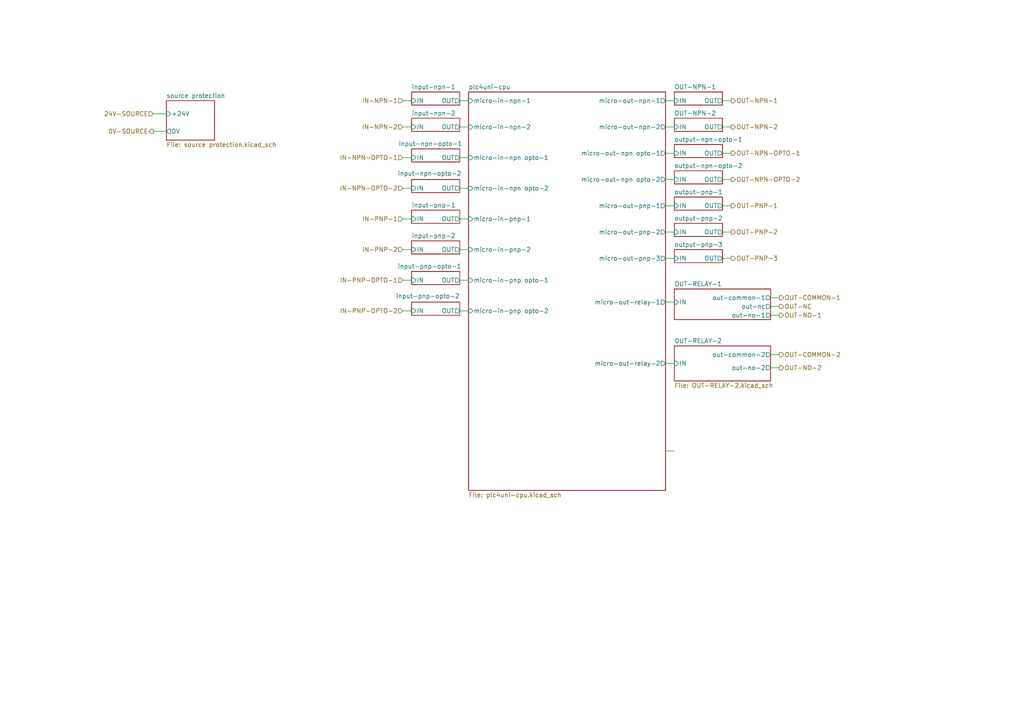
<source format=kicad_sch>
(kicad_sch
	(version 20250114)
	(generator "eeschema")
	(generator_version "9.0")
	(uuid "108a2b00-63fb-4531-b432-4e190b2d8ee6")
	(paper "A4")
	(lib_symbols)
	(wire
		(pts
			(xy 209.55 74.93) (xy 212.09 74.93)
		)
		(stroke
			(width 0)
			(type default)
		)
		(uuid "08e2428c-6899-469c-b433-cecf74bb0e9b")
	)
	(wire
		(pts
			(xy 133.35 63.5) (xy 135.89 63.5)
		)
		(stroke
			(width 0)
			(type default)
		)
		(uuid "0bc9b6be-5cdc-4ee6-8e0e-39d28396e47e")
	)
	(wire
		(pts
			(xy 209.55 29.21) (xy 212.09 29.21)
		)
		(stroke
			(width 0)
			(type default)
		)
		(uuid "12563cf5-327a-46d7-8d76-5d10a4101e4b")
	)
	(wire
		(pts
			(xy 223.52 102.87) (xy 226.06 102.87)
		)
		(stroke
			(width 0)
			(type default)
		)
		(uuid "1257bb80-4274-4699-8bf1-182e3d15f6d3")
	)
	(wire
		(pts
			(xy 116.84 63.5) (xy 119.38 63.5)
		)
		(stroke
			(width 0)
			(type default)
		)
		(uuid "158c3a5d-6702-44e8-a264-b8c7b03699c8")
	)
	(wire
		(pts
			(xy 133.35 54.61) (xy 135.89 54.61)
		)
		(stroke
			(width 0)
			(type default)
		)
		(uuid "178b2a28-925c-4acd-abc2-0ee5f7035520")
	)
	(wire
		(pts
			(xy 193.04 74.93) (xy 195.58 74.93)
		)
		(stroke
			(width 0)
			(type default)
		)
		(uuid "1cbb8e10-156f-4d85-8142-74ad761bcc51")
	)
	(wire
		(pts
			(xy 193.04 105.41) (xy 195.58 105.41)
		)
		(stroke
			(width 0)
			(type default)
		)
		(uuid "1de3b157-452b-44ab-bf7b-28efd5ac835f")
	)
	(wire
		(pts
			(xy 209.55 44.45) (xy 212.09 44.45)
		)
		(stroke
			(width 0)
			(type default)
		)
		(uuid "1e9a1edc-150e-4a19-98d5-1e277596b6d5")
	)
	(wire
		(pts
			(xy 116.84 29.21) (xy 119.38 29.21)
		)
		(stroke
			(width 0)
			(type default)
		)
		(uuid "2ba707cf-9454-40a6-b7a1-1f0a61a364e0")
	)
	(wire
		(pts
			(xy 193.04 87.63) (xy 195.58 87.63)
		)
		(stroke
			(width 0)
			(type default)
		)
		(uuid "30ebae37-a35d-40ca-8f6e-68888cc93512")
	)
	(wire
		(pts
			(xy 223.52 91.44) (xy 226.06 91.44)
		)
		(stroke
			(width 0)
			(type default)
		)
		(uuid "3e595b28-5351-4c03-8aad-36b17380d608")
	)
	(wire
		(pts
			(xy 209.55 59.69) (xy 212.09 59.69)
		)
		(stroke
			(width 0)
			(type default)
		)
		(uuid "44a9a054-2aa7-49a2-9dae-043d62551458")
	)
	(wire
		(pts
			(xy 193.04 36.83) (xy 195.58 36.83)
		)
		(stroke
			(width 0)
			(type default)
		)
		(uuid "4548bc9c-ad10-4e5b-826c-e7409e4e790f")
	)
	(wire
		(pts
			(xy 116.84 45.72) (xy 119.38 45.72)
		)
		(stroke
			(width 0)
			(type default)
		)
		(uuid "4794d94a-79b0-46e3-aec6-5e814c907279")
	)
	(wire
		(pts
			(xy 223.52 86.36) (xy 226.06 86.36)
		)
		(stroke
			(width 0)
			(type default)
		)
		(uuid "4cca040e-80fa-49ba-aa86-e5ac502928ee")
	)
	(wire
		(pts
			(xy 133.35 29.21) (xy 135.89 29.21)
		)
		(stroke
			(width 0)
			(type default)
		)
		(uuid "5a447963-c15f-4bcb-96cb-c25007c782ed")
	)
	(wire
		(pts
			(xy 133.35 45.72) (xy 135.89 45.72)
		)
		(stroke
			(width 0)
			(type default)
		)
		(uuid "5a9c0d4a-7b0e-43a5-9a63-6afb1609f990")
	)
	(wire
		(pts
			(xy 116.84 81.28) (xy 119.38 81.28)
		)
		(stroke
			(width 0)
			(type default)
		)
		(uuid "696ab09e-ff9f-4bf2-a22a-d9255af69731")
	)
	(wire
		(pts
			(xy 193.04 130.81) (xy 195.58 130.81)
		)
		(stroke
			(width 0)
			(type default)
		)
		(uuid "779c8005-12ce-456f-9d1d-c110055d714e")
	)
	(wire
		(pts
			(xy 116.84 36.83) (xy 119.38 36.83)
		)
		(stroke
			(width 0)
			(type default)
		)
		(uuid "7921fd0d-8d7d-432f-8470-c5d0e7099288")
	)
	(wire
		(pts
			(xy 44.45 33.02) (xy 48.26 33.02)
		)
		(stroke
			(width 0)
			(type default)
		)
		(uuid "898f87e9-a835-4f0e-b177-58727d678011")
	)
	(wire
		(pts
			(xy 209.55 36.83) (xy 212.09 36.83)
		)
		(stroke
			(width 0)
			(type default)
		)
		(uuid "8d7da78e-0b0a-4552-a5ca-cda61331393a")
	)
	(wire
		(pts
			(xy 116.84 54.61) (xy 119.38 54.61)
		)
		(stroke
			(width 0)
			(type default)
		)
		(uuid "968714ba-ca63-4521-b43a-65acc23a71b8")
	)
	(wire
		(pts
			(xy 193.04 52.07) (xy 195.58 52.07)
		)
		(stroke
			(width 0)
			(type default)
		)
		(uuid "96b98948-c2fa-41e5-819a-41c5a80ba4d3")
	)
	(wire
		(pts
			(xy 133.35 36.83) (xy 135.89 36.83)
		)
		(stroke
			(width 0)
			(type default)
		)
		(uuid "9cb07727-1380-4578-ba1b-654046bd84fe")
	)
	(wire
		(pts
			(xy 193.04 44.45) (xy 195.58 44.45)
		)
		(stroke
			(width 0)
			(type default)
		)
		(uuid "adccb5f3-1075-44b6-8503-c4d6aea45c2d")
	)
	(wire
		(pts
			(xy 193.04 67.31) (xy 195.58 67.31)
		)
		(stroke
			(width 0)
			(type default)
		)
		(uuid "b27cac00-8686-4a5d-ae04-ca2f34ee2493")
	)
	(wire
		(pts
			(xy 223.52 88.9) (xy 226.06 88.9)
		)
		(stroke
			(width 0)
			(type default)
		)
		(uuid "b8487e61-b337-40d5-8957-40bd7822655d")
	)
	(wire
		(pts
			(xy 133.35 90.17) (xy 135.89 90.17)
		)
		(stroke
			(width 0)
			(type default)
		)
		(uuid "bdcf8fe9-7147-4b35-8eec-6abc4c7924c9")
	)
	(wire
		(pts
			(xy 193.04 59.69) (xy 195.58 59.69)
		)
		(stroke
			(width 0)
			(type default)
		)
		(uuid "bf8516f0-dbbb-4cb5-acf3-e3ee69112f21")
	)
	(wire
		(pts
			(xy 209.55 67.31) (xy 212.09 67.31)
		)
		(stroke
			(width 0)
			(type default)
		)
		(uuid "c2d76827-d02f-4b40-b818-46f3ae687ea3")
	)
	(wire
		(pts
			(xy 193.04 29.21) (xy 195.58 29.21)
		)
		(stroke
			(width 0)
			(type default)
		)
		(uuid "c9b0d4ae-dec2-4ad5-9952-4dd79948917b")
	)
	(wire
		(pts
			(xy 133.35 81.28) (xy 135.89 81.28)
		)
		(stroke
			(width 0)
			(type default)
		)
		(uuid "d04e8108-ce60-4d3c-8ae4-b7a6eaabdd32")
	)
	(wire
		(pts
			(xy 116.84 72.39) (xy 119.38 72.39)
		)
		(stroke
			(width 0)
			(type default)
		)
		(uuid "d236b918-a4cf-4b25-82ec-d2a08457c460")
	)
	(wire
		(pts
			(xy 133.35 72.39) (xy 135.89 72.39)
		)
		(stroke
			(width 0)
			(type default)
		)
		(uuid "db0d2875-be84-4dc8-8b6a-e9fe211b9788")
	)
	(wire
		(pts
			(xy 116.84 90.17) (xy 119.38 90.17)
		)
		(stroke
			(width 0)
			(type default)
		)
		(uuid "dde25f3f-93b4-450a-b490-8b4068e5ac09")
	)
	(wire
		(pts
			(xy 209.55 52.07) (xy 212.09 52.07)
		)
		(stroke
			(width 0)
			(type default)
		)
		(uuid "ee9ac2f9-0c80-46c6-af96-c62ca1a393b1")
	)
	(wire
		(pts
			(xy 44.45 38.1) (xy 48.26 38.1)
		)
		(stroke
			(width 0)
			(type default)
		)
		(uuid "eec32aa8-83b1-40cb-bd7b-6f1bcd3d511d")
	)
	(wire
		(pts
			(xy 223.52 106.68) (xy 226.06 106.68)
		)
		(stroke
			(width 0)
			(type default)
		)
		(uuid "f70ebdc0-18b4-4f65-961d-714f21810c4f")
	)
	(hierarchical_label "OUT-NPN-2"
		(shape output)
		(at 212.09 36.83 0)
		(effects
			(font
				(size 1.27 1.27)
			)
			(justify left)
		)
		(uuid "04dd8a8c-00c6-4afd-9d1a-13d38bd4f80a")
	)
	(hierarchical_label "OUT-COMMON-2"
		(shape output)
		(at 226.06 102.87 0)
		(effects
			(font
				(size 1.27 1.27)
			)
			(justify left)
		)
		(uuid "099f9a67-722c-4dd1-b911-fcdf9276c5cb")
	)
	(hierarchical_label "IN-PNP-OPTO-1"
		(shape input)
		(at 116.84 81.28 180)
		(effects
			(font
				(size 1.27 1.27)
			)
			(justify right)
		)
		(uuid "0f667b4a-b49d-400b-b7b4-e94c028ba462")
	)
	(hierarchical_label "IN-NPN-2"
		(shape input)
		(at 116.84 36.83 180)
		(effects
			(font
				(size 1.27 1.27)
			)
			(justify right)
		)
		(uuid "13218d48-171d-4d2d-be0f-359b3d7a3581")
	)
	(hierarchical_label "IN-NPN-1"
		(shape input)
		(at 116.84 29.21 180)
		(effects
			(font
				(size 1.27 1.27)
			)
			(justify right)
		)
		(uuid "27d3d8ea-107a-4b51-a6c3-daa783575657")
	)
	(hierarchical_label "OUT-COMMON-1"
		(shape output)
		(at 226.06 86.36 0)
		(effects
			(font
				(size 1.27 1.27)
			)
			(justify left)
		)
		(uuid "455db09d-7043-4299-b828-072137c5c2ae")
	)
	(hierarchical_label "OUT-NC"
		(shape output)
		(at 226.06 88.9 0)
		(effects
			(font
				(size 1.27 1.27)
			)
			(justify left)
		)
		(uuid "46082926-8d46-4834-8118-3d73286a81df")
	)
	(hierarchical_label "OUT-NPN-OPTO-1"
		(shape output)
		(at 212.09 44.45 0)
		(effects
			(font
				(size 1.27 1.27)
			)
			(justify left)
		)
		(uuid "48e06bc6-04e0-4544-878e-4c81c91757fe")
	)
	(hierarchical_label "OUT-PNP-3"
		(shape output)
		(at 212.09 74.93 0)
		(effects
			(font
				(size 1.27 1.27)
			)
			(justify left)
		)
		(uuid "6f936573-07eb-4d38-8c32-b885b0a8811f")
	)
	(hierarchical_label "24V-SOURCE"
		(shape input)
		(at 44.45 33.02 180)
		(effects
			(font
				(size 1.27 1.27)
			)
			(justify right)
		)
		(uuid "831e0300-5462-496c-95f4-4b063dcb772c")
	)
	(hierarchical_label "OUT-PNP-1"
		(shape output)
		(at 212.09 59.69 0)
		(effects
			(font
				(size 1.27 1.27)
			)
			(justify left)
		)
		(uuid "85fb80e0-ab0e-4cd8-aadf-6b462f2e6c93")
	)
	(hierarchical_label "OUT-PNP-2"
		(shape output)
		(at 212.09 67.31 0)
		(effects
			(font
				(size 1.27 1.27)
			)
			(justify left)
		)
		(uuid "97e72727-4708-473d-9443-49ef980a787b")
	)
	(hierarchical_label "0V-SOURCE"
		(shape output)
		(at 44.45 38.1 180)
		(effects
			(font
				(size 1.27 1.27)
			)
			(justify right)
		)
		(uuid "99811977-8021-4f1f-8824-3bc4b0ae388b")
	)
	(hierarchical_label "IN-NPN-OPTO-2"
		(shape input)
		(at 116.84 54.61 180)
		(effects
			(font
				(size 1.27 1.27)
			)
			(justify right)
		)
		(uuid "ac9cbb6b-c95e-4cb5-828e-f797bf4a8b8d")
	)
	(hierarchical_label "OUT-NO-2"
		(shape output)
		(at 226.06 106.68 0)
		(effects
			(font
				(size 1.27 1.27)
			)
			(justify left)
		)
		(uuid "b078cb7a-aaf3-4dd5-b2cf-b690bebd6c9f")
	)
	(hierarchical_label "OUT-NPN-OPTO-2"
		(shape output)
		(at 212.09 52.07 0)
		(effects
			(font
				(size 1.27 1.27)
			)
			(justify left)
		)
		(uuid "c226bf1e-852f-4f78-81ea-3f4a319e192a")
	)
	(hierarchical_label "OUT-NPN-1"
		(shape output)
		(at 212.09 29.21 0)
		(effects
			(font
				(size 1.27 1.27)
			)
			(justify left)
		)
		(uuid "c65f5c53-74b8-442c-b16a-65bf3ead4f91")
	)
	(hierarchical_label "IN-NPN-OPTO-1"
		(shape input)
		(at 116.84 45.72 180)
		(effects
			(font
				(size 1.27 1.27)
			)
			(justify right)
		)
		(uuid "d1c7a64c-fb35-4b59-b312-a5986277c6f4")
	)
	(hierarchical_label "IN-PNP-1"
		(shape input)
		(at 116.84 63.5 180)
		(effects
			(font
				(size 1.27 1.27)
			)
			(justify right)
		)
		(uuid "d94b0989-1075-4ab8-b68a-010be4543fcd")
	)
	(hierarchical_label "OUT-NO-1"
		(shape output)
		(at 226.06 91.44 0)
		(effects
			(font
				(size 1.27 1.27)
			)
			(justify left)
		)
		(uuid "e15bf9b3-fa0c-4d47-8993-648a1b031fb9")
	)
	(hierarchical_label "IN-PNP-2"
		(shape input)
		(at 116.84 72.39 180)
		(effects
			(font
				(size 1.27 1.27)
			)
			(justify right)
		)
		(uuid "e3d563f9-f8bb-4dc5-a442-ccf1e2597ea3")
	)
	(hierarchical_label "IN-PNP-OPTO-2"
		(shape input)
		(at 116.84 90.17 180)
		(effects
			(font
				(size 1.27 1.27)
			)
			(justify right)
		)
		(uuid "f333045c-119a-46b5-8f05-5f218a91c4a2")
	)
	(sheet
		(at 195.58 34.29)
		(size 13.97 3.81)
		(exclude_from_sim no)
		(in_bom yes)
		(on_board yes)
		(dnp no)
		(fields_autoplaced yes)
		(stroke
			(width 0.1524)
			(type solid)
		)
		(fill
			(color 0 0 0 0.0000)
		)
		(uuid "0301c99c-e2fc-48a2-b28b-2cb1809d95a0")
		(property "Sheetname" "OUT-NPN-2"
			(at 195.58 33.5784 0)
			(effects
				(font
					(size 1.27 1.27)
				)
				(justify left bottom)
			)
		)
		(property "Sheetfile" "OUT-NPN-1.kicad_sch"
			(at 195.58 38.6846 0)
			(effects
				(font
					(size 1.27 1.27)
				)
				(justify left top)
				(hide yes)
			)
		)
		(pin "IN" input
			(at 195.58 36.83 180)
			(uuid "a18896dc-cb32-4db7-8687-9f3728bb7fc8")
			(effects
				(font
					(size 1.27 1.27)
				)
				(justify left)
			)
		)
		(pin "OUT" output
			(at 209.55 36.83 0)
			(uuid "e6f5c6d3-630f-455c-aa98-8af88349e1ea")
			(effects
				(font
					(size 1.27 1.27)
				)
				(justify right)
			)
		)
		(instances
			(project "Diseños de circuitos"
				(path "/65c875c0-73bd-43df-b6cd-4a685398cace/3b453a73-5bb7-4645-a7e8-6e186968fa05"
					(page "8")
				)
			)
		)
	)
	(sheet
		(at 195.58 57.15)
		(size 13.97 3.81)
		(exclude_from_sim no)
		(in_bom yes)
		(on_board yes)
		(dnp no)
		(fields_autoplaced yes)
		(stroke
			(width 0.1524)
			(type solid)
		)
		(fill
			(color 0 0 0 0.0000)
		)
		(uuid "08601dd5-d4a9-417f-ac60-8e7e9f1053de")
		(property "Sheetname" "output-pnp-1"
			(at 195.58 56.4384 0)
			(effects
				(font
					(size 1.27 1.27)
				)
				(justify left bottom)
			)
		)
		(property "Sheetfile" "output-pnp.kicad_sch"
			(at 195.58 61.5446 0)
			(effects
				(font
					(size 1.27 1.27)
				)
				(justify left top)
				(hide yes)
			)
		)
		(pin "IN" input
			(at 195.58 59.69 180)
			(uuid "e8b134bb-732e-4340-89cb-77e525085c4c")
			(effects
				(font
					(size 1.27 1.27)
				)
				(justify left)
			)
		)
		(pin "OUT" output
			(at 209.55 59.69 0)
			(uuid "8ef68b16-c40c-49a7-824f-8f070c61fa6a")
			(effects
				(font
					(size 1.27 1.27)
				)
				(justify right)
			)
		)
		(instances
			(project "Diseños de circuitos"
				(path "/65c875c0-73bd-43df-b6cd-4a685398cace/3b453a73-5bb7-4645-a7e8-6e186968fa05"
					(page "9")
				)
			)
		)
	)
	(sheet
		(at 119.38 52.07)
		(size 13.97 3.81)
		(exclude_from_sim no)
		(in_bom yes)
		(on_board yes)
		(dnp no)
		(stroke
			(width 0.1524)
			(type solid)
		)
		(fill
			(color 0 0 0 0.0000)
		)
		(uuid "18a5a959-934f-45c5-942a-0d3e3c8a5a1f")
		(property "Sheetname" "input-npn-opto-2"
			(at 115.316 51.054 0)
			(effects
				(font
					(size 1.27 1.27)
				)
				(justify left bottom)
			)
		)
		(property "Sheetfile" "input-npn-opto.kicad_sch"
			(at 119.38 56.4646 0)
			(effects
				(font
					(size 1.27 1.27)
				)
				(justify left top)
				(hide yes)
			)
		)
		(pin "IN" input
			(at 119.38 54.61 180)
			(uuid "3835b6cc-0e4a-4d95-af26-e96fed0c8e18")
			(effects
				(font
					(size 1.27 1.27)
				)
				(justify left)
			)
		)
		(pin "OUT" output
			(at 133.35 54.61 0)
			(uuid "d6cd4b91-267f-4ae7-8e0d-c502b186d6e9")
			(effects
				(font
					(size 1.27 1.27)
				)
				(justify right)
			)
		)
		(instances
			(project "Diseños de circuitos"
				(path "/65c875c0-73bd-43df-b6cd-4a685398cace/3b453a73-5bb7-4645-a7e8-6e186968fa05"
					(page "14")
				)
			)
		)
	)
	(sheet
		(at 119.38 78.74)
		(size 13.97 3.81)
		(exclude_from_sim no)
		(in_bom yes)
		(on_board yes)
		(dnp no)
		(stroke
			(width 0.1524)
			(type solid)
		)
		(fill
			(color 0 0 0 0.0000)
		)
		(uuid "2006756a-aab7-49c5-bc20-9cefa85464a4")
		(property "Sheetname" "input-pnp-opto-1"
			(at 115.316 77.978 0)
			(effects
				(font
					(size 1.27 1.27)
				)
				(justify left bottom)
			)
		)
		(property "Sheetfile" "input-pnp-opto.kicad_sch"
			(at 119.38 83.1346 0)
			(effects
				(font
					(size 1.27 1.27)
				)
				(justify left top)
				(hide yes)
			)
		)
		(pin "IN" input
			(at 119.38 81.28 180)
			(uuid "f1e8b415-a1f6-4a62-9b21-d2350fb91cd0")
			(effects
				(font
					(size 1.27 1.27)
				)
				(justify left)
			)
		)
		(pin "OUT" output
			(at 133.35 81.28 0)
			(uuid "0e797b3a-6240-49da-9c3b-5c2cf8ad33bd")
			(effects
				(font
					(size 1.27 1.27)
				)
				(justify right)
			)
		)
		(instances
			(project "Diseños de circuitos"
				(path "/65c875c0-73bd-43df-b6cd-4a685398cace/3b453a73-5bb7-4645-a7e8-6e186968fa05"
					(page "11")
				)
			)
		)
	)
	(sheet
		(at 119.38 26.67)
		(size 13.97 3.81)
		(exclude_from_sim no)
		(in_bom yes)
		(on_board yes)
		(dnp no)
		(fields_autoplaced yes)
		(stroke
			(width 0.1524)
			(type solid)
		)
		(fill
			(color 0 0 0 0.0000)
		)
		(uuid "2b288a7a-cc1f-443e-993d-9f7a4eb93332")
		(property "Sheetname" "input-npn-1"
			(at 119.38 25.9584 0)
			(effects
				(font
					(size 1.27 1.27)
				)
				(justify left bottom)
			)
		)
		(property "Sheetfile" "input-npn.kicad_sch"
			(at 119.38 31.0646 0)
			(effects
				(font
					(size 1.27 1.27)
				)
				(justify left top)
				(hide yes)
			)
		)
		(pin "IN" input
			(at 119.38 29.21 180)
			(uuid "1bdcd406-f07d-4cac-ae2e-ae5c190660fe")
			(effects
				(font
					(size 1.27 1.27)
				)
				(justify left)
			)
		)
		(pin "OUT" output
			(at 133.35 29.21 0)
			(uuid "ce023f8e-1828-400a-a6f8-e036a7771d00")
			(effects
				(font
					(size 1.27 1.27)
				)
				(justify right)
			)
		)
		(instances
			(project "Diseños de circuitos"
				(path "/65c875c0-73bd-43df-b6cd-4a685398cace/3b453a73-5bb7-4645-a7e8-6e186968fa05"
					(page "6")
				)
			)
		)
	)
	(sheet
		(at 195.58 83.82)
		(size 27.94 8.89)
		(exclude_from_sim no)
		(in_bom yes)
		(on_board yes)
		(dnp no)
		(fields_autoplaced yes)
		(stroke
			(width 0.1524)
			(type solid)
		)
		(fill
			(color 0 0 0 0.0000)
		)
		(uuid "300cbd4a-1c9e-448a-950a-bfd812e6e5a0")
		(property "Sheetname" "OUT-RELAY-1"
			(at 195.58 83.1084 0)
			(effects
				(font
					(size 1.27 1.27)
				)
				(justify left bottom)
			)
		)
		(property "Sheetfile" "OUT-RELAY-1.kicad_sch"
			(at 195.58 93.2946 0)
			(effects
				(font
					(size 1.27 1.27)
				)
				(justify left top)
				(hide yes)
			)
		)
		(pin "IN" input
			(at 195.58 87.63 180)
			(uuid "84041b24-cd78-44f0-acc0-dd0deef81c85")
			(effects
				(font
					(size 1.27 1.27)
				)
				(justify left)
			)
		)
		(pin "out-common-1" output
			(at 223.52 86.36 0)
			(uuid "1fa481a9-fdc1-4fb7-b1a8-f39a7807ebf3")
			(effects
				(font
					(size 1.27 1.27)
				)
				(justify right)
			)
		)
		(pin "out-nc" output
			(at 223.52 88.9 0)
			(uuid "95d1e681-efe6-4acf-b00b-53fb86c79bd9")
			(effects
				(font
					(size 1.27 1.27)
				)
				(justify right)
			)
		)
		(pin "out-no-1" output
			(at 223.52 91.44 0)
			(uuid "097b0a90-fee8-4097-a2dd-075fda7d696d")
			(effects
				(font
					(size 1.27 1.27)
				)
				(justify right)
			)
		)
		(instances
			(project "Diseños de circuitos"
				(path "/65c875c0-73bd-43df-b6cd-4a685398cace/3b453a73-5bb7-4645-a7e8-6e186968fa05"
					(page "22")
				)
			)
		)
	)
	(sheet
		(at 195.58 49.53)
		(size 13.97 3.81)
		(exclude_from_sim no)
		(in_bom yes)
		(on_board yes)
		(dnp no)
		(fields_autoplaced yes)
		(stroke
			(width 0.1524)
			(type solid)
		)
		(fill
			(color 0 0 0 0.0000)
		)
		(uuid "304245ed-3772-43ea-9156-20acc62cd04b")
		(property "Sheetname" "output-npn-opto-2"
			(at 195.58 48.8184 0)
			(effects
				(font
					(size 1.27 1.27)
				)
				(justify left bottom)
			)
		)
		(property "Sheetfile" "output-npn-opto.kicad_sch"
			(at 195.58 53.9246 0)
			(effects
				(font
					(size 1.27 1.27)
				)
				(justify left top)
				(hide yes)
			)
		)
		(pin "IN" input
			(at 195.58 52.07 180)
			(uuid "2e00b808-fa3a-42b5-aff6-5b6a866c497f")
			(effects
				(font
					(size 1.27 1.27)
				)
				(justify left)
			)
		)
		(pin "OUT" output
			(at 209.55 52.07 0)
			(uuid "3ec60d6d-778d-456f-acca-fe33addea918")
			(effects
				(font
					(size 1.27 1.27)
				)
				(justify right)
			)
		)
		(instances
			(project "Diseños de circuitos"
				(path "/65c875c0-73bd-43df-b6cd-4a685398cace/3b453a73-5bb7-4645-a7e8-6e186968fa05"
					(page "18")
				)
			)
		)
	)
	(sheet
		(at 195.58 100.33)
		(size 27.94 10.16)
		(exclude_from_sim no)
		(in_bom yes)
		(on_board yes)
		(dnp no)
		(fields_autoplaced yes)
		(stroke
			(width 0.1524)
			(type solid)
		)
		(fill
			(color 0 0 0 0.0000)
		)
		(uuid "389c123e-9538-4704-bdfd-eda3950b0dc6")
		(property "Sheetname" "OUT-RELAY-2"
			(at 195.58 99.6184 0)
			(effects
				(font
					(size 1.27 1.27)
				)
				(justify left bottom)
			)
		)
		(property "Sheetfile" "OUT-RELAY-2.kicad_sch"
			(at 195.58 111.0746 0)
			(effects
				(font
					(size 1.27 1.27)
				)
				(justify left top)
			)
		)
		(pin "IN" input
			(at 195.58 105.41 180)
			(uuid "389622e9-fbb7-45cb-980c-19a8d14d2e62")
			(effects
				(font
					(size 1.27 1.27)
				)
				(justify left)
			)
		)
		(pin "out-common-2" output
			(at 223.52 102.87 0)
			(uuid "df65d5dd-cd71-4ffc-a91f-389904008b60")
			(effects
				(font
					(size 1.27 1.27)
				)
				(justify right)
			)
		)
		(pin "out-no-2" output
			(at 223.52 106.68 0)
			(uuid "c0635e30-78cc-4cab-a58b-2aa1f622828e")
			(effects
				(font
					(size 1.27 1.27)
				)
				(justify right)
			)
		)
		(instances
			(project "Diseños de circuitos"
				(path "/65c875c0-73bd-43df-b6cd-4a685398cace/3b453a73-5bb7-4645-a7e8-6e186968fa05"
					(page "23")
				)
			)
		)
	)
	(sheet
		(at 195.58 72.39)
		(size 13.97 3.81)
		(exclude_from_sim no)
		(in_bom yes)
		(on_board yes)
		(dnp no)
		(fields_autoplaced yes)
		(stroke
			(width 0.1524)
			(type solid)
		)
		(fill
			(color 0 0 0 0.0000)
		)
		(uuid "3aaa579e-8be9-4ebd-978a-eaa385a6d1bd")
		(property "Sheetname" "output-pnp-3"
			(at 195.58 71.6784 0)
			(effects
				(font
					(size 1.27 1.27)
				)
				(justify left bottom)
			)
		)
		(property "Sheetfile" "output-pnp.kicad_sch"
			(at 195.58 76.7846 0)
			(effects
				(font
					(size 1.27 1.27)
				)
				(justify left top)
				(hide yes)
			)
		)
		(pin "IN" input
			(at 195.58 74.93 180)
			(uuid "4027d900-6d15-49ef-944c-b6fdf66f6f9c")
			(effects
				(font
					(size 1.27 1.27)
				)
				(justify left)
			)
		)
		(pin "OUT" output
			(at 209.55 74.93 0)
			(uuid "174512e0-2665-48ad-bc92-8854707891b1")
			(effects
				(font
					(size 1.27 1.27)
				)
				(justify right)
			)
		)
		(instances
			(project "Diseños de circuitos"
				(path "/65c875c0-73bd-43df-b6cd-4a685398cace/3b453a73-5bb7-4645-a7e8-6e186968fa05"
					(page "20")
				)
			)
		)
	)
	(sheet
		(at 119.38 43.18)
		(size 13.97 3.81)
		(exclude_from_sim no)
		(in_bom yes)
		(on_board yes)
		(dnp no)
		(stroke
			(width 0.1524)
			(type solid)
		)
		(fill
			(color 0 0 0 0.0000)
		)
		(uuid "3cd430b2-5f69-4494-bc7a-0defee76e210")
		(property "Sheetname" "input-npn-opto-1"
			(at 115.57 42.418 0)
			(effects
				(font
					(size 1.27 1.27)
				)
				(justify left bottom)
			)
		)
		(property "Sheetfile" "input-npn-opto.kicad_sch"
			(at 119.38 47.5746 0)
			(effects
				(font
					(size 1.27 1.27)
				)
				(justify left top)
				(hide yes)
			)
		)
		(pin "IN" input
			(at 119.38 45.72 180)
			(uuid "5281bbab-7d15-4b08-a049-c225c8a36d62")
			(effects
				(font
					(size 1.27 1.27)
				)
				(justify left)
			)
		)
		(pin "OUT" output
			(at 133.35 45.72 0)
			(uuid "b66bef81-97d0-4b84-b957-5c27edc05762")
			(effects
				(font
					(size 1.27 1.27)
				)
				(justify right)
			)
		)
		(instances
			(project "Diseños de circuitos"
				(path "/65c875c0-73bd-43df-b6cd-4a685398cace/3b453a73-5bb7-4645-a7e8-6e186968fa05"
					(page "10")
				)
			)
		)
	)
	(sheet
		(at 119.38 69.85)
		(size 13.97 3.81)
		(exclude_from_sim no)
		(in_bom yes)
		(on_board yes)
		(dnp no)
		(fields_autoplaced yes)
		(stroke
			(width 0.1524)
			(type solid)
		)
		(fill
			(color 0 0 0 0.0000)
		)
		(uuid "3fda5391-68ec-4247-925a-af66065cf103")
		(property "Sheetname" "input-pnp-2"
			(at 119.38 69.1384 0)
			(effects
				(font
					(size 1.27 1.27)
				)
				(justify left bottom)
			)
		)
		(property "Sheetfile" "input-pnp.kicad_sch"
			(at 119.38 74.2446 0)
			(effects
				(font
					(size 1.27 1.27)
				)
				(justify left top)
				(hide yes)
			)
		)
		(pin "IN" input
			(at 119.38 72.39 180)
			(uuid "b3a30f73-96e5-4190-9017-e4a864cd4819")
			(effects
				(font
					(size 1.27 1.27)
				)
				(justify left)
			)
		)
		(pin "OUT" output
			(at 133.35 72.39 0)
			(uuid "f1fbbd52-e721-4e48-aa39-03b616106947")
			(effects
				(font
					(size 1.27 1.27)
				)
				(justify right)
			)
		)
		(instances
			(project "Diseños de circuitos"
				(path "/65c875c0-73bd-43df-b6cd-4a685398cace/3b453a73-5bb7-4645-a7e8-6e186968fa05"
					(page "15")
				)
			)
		)
	)
	(sheet
		(at 195.58 64.77)
		(size 13.97 3.81)
		(exclude_from_sim no)
		(in_bom yes)
		(on_board yes)
		(dnp no)
		(fields_autoplaced yes)
		(stroke
			(width 0.1524)
			(type solid)
		)
		(fill
			(color 0 0 0 0.0000)
		)
		(uuid "48d5bd32-67a3-4006-82b9-c27ca88fb9f6")
		(property "Sheetname" "output-pnp-2"
			(at 195.58 64.0584 0)
			(effects
				(font
					(size 1.27 1.27)
				)
				(justify left bottom)
			)
		)
		(property "Sheetfile" "output-pnp.kicad_sch"
			(at 195.58 69.1646 0)
			(effects
				(font
					(size 1.27 1.27)
				)
				(justify left top)
				(hide yes)
			)
		)
		(pin "IN" input
			(at 195.58 67.31 180)
			(uuid "f7fbc486-6de5-4181-8ca8-c04542607063")
			(effects
				(font
					(size 1.27 1.27)
				)
				(justify left)
			)
		)
		(pin "OUT" output
			(at 209.55 67.31 0)
			(uuid "9c030957-c756-489f-b71d-cf11fe4d4fda")
			(effects
				(font
					(size 1.27 1.27)
				)
				(justify right)
			)
		)
		(instances
			(project "Diseños de circuitos"
				(path "/65c875c0-73bd-43df-b6cd-4a685398cace/3b453a73-5bb7-4645-a7e8-6e186968fa05"
					(page "19")
				)
			)
		)
	)
	(sheet
		(at 195.58 41.91)
		(size 13.97 3.81)
		(exclude_from_sim no)
		(in_bom yes)
		(on_board yes)
		(dnp no)
		(fields_autoplaced yes)
		(stroke
			(width 0.1524)
			(type solid)
		)
		(fill
			(color 0 0 0 0.0000)
		)
		(uuid "51c169c5-6841-4f27-afaa-a4e6455b756e")
		(property "Sheetname" "output-npn-opto-1"
			(at 195.58 41.1984 0)
			(effects
				(font
					(size 1.27 1.27)
				)
				(justify left bottom)
			)
		)
		(property "Sheetfile" "output-npn-opto.kicad_sch"
			(at 195.58 46.3046 0)
			(effects
				(font
					(size 1.27 1.27)
				)
				(justify left top)
				(hide yes)
			)
		)
		(pin "IN" input
			(at 195.58 44.45 180)
			(uuid "4647cda5-532d-4501-aae5-0693e7a337bb")
			(effects
				(font
					(size 1.27 1.27)
				)
				(justify left)
			)
		)
		(pin "OUT" output
			(at 209.55 44.45 0)
			(uuid "5816e244-d69a-4ccc-9212-79fd0d38c97f")
			(effects
				(font
					(size 1.27 1.27)
				)
				(justify right)
			)
		)
		(instances
			(project "Diseños de circuitos"
				(path "/65c875c0-73bd-43df-b6cd-4a685398cace/3b453a73-5bb7-4645-a7e8-6e186968fa05"
					(page "12")
				)
			)
		)
	)
	(sheet
		(at 135.89 26.67)
		(size 57.15 115.57)
		(exclude_from_sim no)
		(in_bom yes)
		(on_board yes)
		(dnp no)
		(fields_autoplaced yes)
		(stroke
			(width 0.1524)
			(type solid)
		)
		(fill
			(color 0 0 0 0.0000)
		)
		(uuid "677b1a53-9a61-4664-8076-5db4c5298998")
		(property "Sheetname" "plc4uni-cpu"
			(at 135.89 25.9584 0)
			(effects
				(font
					(size 1.27 1.27)
				)
				(justify left bottom)
			)
		)
		(property "Sheetfile" "plc4uni-cpu.kicad_sch"
			(at 135.89 142.8246 0)
			(effects
				(font
					(size 1.27 1.27)
				)
				(justify left top)
			)
		)
		(pin "micro-in-npn opto-1" input
			(at 135.89 45.72 180)
			(uuid "284dac0c-11a0-4e8c-bc29-83d5c376ca40")
			(effects
				(font
					(size 1.27 1.27)
				)
				(justify left)
			)
		)
		(pin "micro-in-npn opto-2" input
			(at 135.89 54.61 180)
			(uuid "190ab8dd-e9dd-4140-8980-b02de391965b")
			(effects
				(font
					(size 1.27 1.27)
				)
				(justify left)
			)
		)
		(pin "micro-in-npn-1" input
			(at 135.89 29.21 180)
			(uuid "8662fa85-9bac-4463-8aa7-499ba2baab7e")
			(effects
				(font
					(size 1.27 1.27)
				)
				(justify left)
			)
		)
		(pin "micro-in-npn-2" input
			(at 135.89 36.83 180)
			(uuid "16d090f5-3578-4e8e-aa7e-d1b506ba4697")
			(effects
				(font
					(size 1.27 1.27)
				)
				(justify left)
			)
		)
		(pin "micro-in-pnp opto-1" input
			(at 135.89 81.28 180)
			(uuid "edff27e0-b0d5-4af8-900a-99bc045bf003")
			(effects
				(font
					(size 1.27 1.27)
				)
				(justify left)
			)
		)
		(pin "micro-in-pnp opto-2" input
			(at 135.89 90.17 180)
			(uuid "2ff24111-27c1-418b-a8d6-9827cc0526b7")
			(effects
				(font
					(size 1.27 1.27)
				)
				(justify left)
			)
		)
		(pin "micro-in-pnp-1" input
			(at 135.89 63.5 180)
			(uuid "823ddaf2-ec26-48de-b89c-a090c75528e2")
			(effects
				(font
					(size 1.27 1.27)
				)
				(justify left)
			)
		)
		(pin "micro-in-pnp-2" input
			(at 135.89 72.39 180)
			(uuid "13cfd840-6132-4c3b-9e85-b1a142611297")
			(effects
				(font
					(size 1.27 1.27)
				)
				(justify left)
			)
		)
		(pin "micro-out-npn opto-1" output
			(at 193.04 44.45 0)
			(uuid "b3bad490-348d-4ef3-bd09-701a23e27ba2")
			(effects
				(font
					(size 1.27 1.27)
				)
				(justify right)
			)
		)
		(pin "micro-out-npn opto-2" output
			(at 193.04 52.07 0)
			(uuid "d3c16a16-08ae-4c01-954a-54a0e9cd42a5")
			(effects
				(font
					(size 1.27 1.27)
				)
				(justify right)
			)
		)
		(pin "micro-out-npn-1" output
			(at 193.04 29.21 0)
			(uuid "1f1b7960-7e55-49f1-9756-4aabbabaf67a")
			(effects
				(font
					(size 1.27 1.27)
				)
				(justify right)
			)
		)
		(pin "micro-out-npn-2" output
			(at 193.04 36.83 0)
			(uuid "e0d2cecb-6e60-4351-ac11-c0f19656bac6")
			(effects
				(font
					(size 1.27 1.27)
				)
				(justify right)
			)
		)
		(pin "micro-out-pnp-1" output
			(at 193.04 59.69 0)
			(uuid "e25d6b76-a76c-4c21-aded-db09bf0e418d")
			(effects
				(font
					(size 1.27 1.27)
				)
				(justify right)
			)
		)
		(pin "micro-out-pnp-2" output
			(at 193.04 67.31 0)
			(uuid "cc15eefb-579b-425e-9605-6f07160094ce")
			(effects
				(font
					(size 1.27 1.27)
				)
				(justify right)
			)
		)
		(pin "micro-out-pnp-3" output
			(at 193.04 74.93 0)
			(uuid "0a31e5a0-f7cf-469c-939e-2915b7879fb8")
			(effects
				(font
					(size 1.27 1.27)
				)
				(justify right)
			)
		)
		(pin "micro-out-relay-1" output
			(at 193.04 87.63 0)
			(uuid "52424143-7a23-4488-8299-a25bfe3fc81b")
			(effects
				(font
					(size 1.27 1.27)
				)
				(justify right)
			)
		)
		(pin "micro-out-relay-2" output
			(at 193.04 105.41 0)
			(uuid "c6618390-9c06-4578-a931-a86c7b44e68e")
			(effects
				(font
					(size 1.27 1.27)
				)
				(justify right)
			)
		)
		(instances
			(project "Diseños de circuitos"
				(path "/65c875c0-73bd-43df-b6cd-4a685398cace/3b453a73-5bb7-4645-a7e8-6e186968fa05"
					(page "4")
				)
			)
		)
	)
	(sheet
		(at 119.38 87.63)
		(size 13.97 3.81)
		(exclude_from_sim no)
		(in_bom yes)
		(on_board yes)
		(dnp no)
		(stroke
			(width 0.1524)
			(type solid)
		)
		(fill
			(color 0 0 0 0.0000)
		)
		(uuid "bb43bc0c-30de-472b-b8df-e649003c6193")
		(property "Sheetname" "input-pnp-opto-2"
			(at 114.808 86.614 0)
			(effects
				(font
					(size 1.27 1.27)
				)
				(justify left bottom)
			)
		)
		(property "Sheetfile" "input-pnp-opto.kicad_sch"
			(at 119.38 92.0246 0)
			(effects
				(font
					(size 1.27 1.27)
				)
				(justify left top)
				(hide yes)
			)
		)
		(pin "IN" input
			(at 119.38 90.17 180)
			(uuid "b6a3d343-82e2-420b-9154-dd7515f23744")
			(effects
				(font
					(size 1.27 1.27)
				)
				(justify left)
			)
		)
		(pin "OUT" output
			(at 133.35 90.17 0)
			(uuid "c6df9f0c-09f2-45a8-8538-1553f75062d9")
			(effects
				(font
					(size 1.27 1.27)
				)
				(justify right)
			)
		)
		(instances
			(project "Diseños de circuitos"
				(path "/65c875c0-73bd-43df-b6cd-4a685398cace/3b453a73-5bb7-4645-a7e8-6e186968fa05"
					(page "16")
				)
			)
		)
	)
	(sheet
		(at 119.38 60.96)
		(size 13.97 3.81)
		(exclude_from_sim no)
		(in_bom yes)
		(on_board yes)
		(dnp no)
		(fields_autoplaced yes)
		(stroke
			(width 0.1524)
			(type solid)
		)
		(fill
			(color 0 0 0 0.0000)
		)
		(uuid "bf649f5a-c2ab-4302-9c45-5b956e1bc781")
		(property "Sheetname" "input-pnp-1"
			(at 119.38 60.2484 0)
			(effects
				(font
					(size 1.27 1.27)
				)
				(justify left bottom)
			)
		)
		(property "Sheetfile" "input-pnp.kicad_sch"
			(at 119.38 65.3546 0)
			(effects
				(font
					(size 1.27 1.27)
				)
				(justify left top)
				(hide yes)
			)
		)
		(pin "IN" input
			(at 119.38 63.5 180)
			(uuid "56b985c4-8c62-4b24-b235-b4f3acbe7a9b")
			(effects
				(font
					(size 1.27 1.27)
				)
				(justify left)
			)
		)
		(pin "OUT" output
			(at 133.35 63.5 0)
			(uuid "3f18741c-dae4-4927-874e-58150b3f34c8")
			(effects
				(font
					(size 1.27 1.27)
				)
				(justify right)
			)
		)
		(instances
			(project "Diseños de circuitos"
				(path "/65c875c0-73bd-43df-b6cd-4a685398cace/3b453a73-5bb7-4645-a7e8-6e186968fa05"
					(page "7")
				)
			)
		)
	)
	(sheet
		(at 119.38 34.29)
		(size 13.97 3.81)
		(exclude_from_sim no)
		(in_bom yes)
		(on_board yes)
		(dnp no)
		(fields_autoplaced yes)
		(stroke
			(width 0.1524)
			(type solid)
		)
		(fill
			(color 0 0 0 0.0000)
		)
		(uuid "cd55effb-790d-42d9-83a5-ffdce689eed1")
		(property "Sheetname" "input-npn-2"
			(at 119.38 33.5784 0)
			(effects
				(font
					(size 1.27 1.27)
				)
				(justify left bottom)
			)
		)
		(property "Sheetfile" "input-npn.kicad_sch"
			(at 119.38 38.6846 0)
			(effects
				(font
					(size 1.27 1.27)
				)
				(justify left top)
				(hide yes)
			)
		)
		(pin "IN" input
			(at 119.38 36.83 180)
			(uuid "43437c1f-821a-47b7-b0b1-2cbe05807396")
			(effects
				(font
					(size 1.27 1.27)
				)
				(justify left)
			)
		)
		(pin "OUT" output
			(at 133.35 36.83 0)
			(uuid "ff0567f5-abfd-41c5-a41a-6a1f4b1fb7a6")
			(effects
				(font
					(size 1.27 1.27)
				)
				(justify right)
			)
		)
		(instances
			(project "Diseños de circuitos"
				(path "/65c875c0-73bd-43df-b6cd-4a685398cace/3b453a73-5bb7-4645-a7e8-6e186968fa05"
					(page "13")
				)
			)
		)
	)
	(sheet
		(at 48.26 29.21)
		(size 13.97 11.43)
		(exclude_from_sim no)
		(in_bom yes)
		(on_board yes)
		(dnp no)
		(fields_autoplaced yes)
		(stroke
			(width 0.1524)
			(type solid)
		)
		(fill
			(color 0 0 0 0.0000)
		)
		(uuid "de35c4cd-dec3-4999-96c6-2b4bc5552c34")
		(property "Sheetname" "source protection"
			(at 48.26 28.4984 0)
			(effects
				(font
					(size 1.27 1.27)
				)
				(justify left bottom)
			)
		)
		(property "Sheetfile" "source protection.kicad_sch"
			(at 48.26 41.2246 0)
			(effects
				(font
					(size 1.27 1.27)
				)
				(justify left top)
			)
		)
		(pin "+24V" input
			(at 48.26 33.02 180)
			(uuid "2c84f9e8-4790-4870-bc8d-accfa5c8b4db")
			(effects
				(font
					(size 1.27 1.27)
				)
				(justify left)
			)
		)
		(pin "0V" output
			(at 48.26 38.1 180)
			(uuid "728bbdfd-dc88-4185-980a-cfcdc38bba1a")
			(effects
				(font
					(size 1.27 1.27)
				)
				(justify left)
			)
		)
		(instances
			(project "Diseños de circuitos"
				(path "/65c875c0-73bd-43df-b6cd-4a685398cace/3b453a73-5bb7-4645-a7e8-6e186968fa05"
					(page "21")
				)
			)
		)
	)
	(sheet
		(at 195.58 26.67)
		(size 13.97 3.81)
		(exclude_from_sim no)
		(in_bom yes)
		(on_board yes)
		(dnp no)
		(fields_autoplaced yes)
		(stroke
			(width 0.1524)
			(type solid)
		)
		(fill
			(color 0 0 0 0.0000)
		)
		(uuid "df4d481e-cf6b-4768-8155-8dc78f281dec")
		(property "Sheetname" "OUT-NPN-1"
			(at 195.58 25.9584 0)
			(effects
				(font
					(size 1.27 1.27)
				)
				(justify left bottom)
			)
		)
		(property "Sheetfile" "OUT-NPN-1.kicad_sch"
			(at 195.58 31.0646 0)
			(effects
				(font
					(size 1.27 1.27)
				)
				(justify left top)
				(hide yes)
			)
		)
		(pin "IN" input
			(at 195.58 29.21 180)
			(uuid "0ab734f1-30be-4974-8fcd-3a78a1a53ef3")
			(effects
				(font
					(size 1.27 1.27)
				)
				(justify left)
			)
		)
		(pin "OUT" output
			(at 209.55 29.21 0)
			(uuid "a5228d53-d219-4d18-b50f-84a0778c6ad3")
			(effects
				(font
					(size 1.27 1.27)
				)
				(justify right)
			)
		)
		(instances
			(project "Diseños de circuitos"
				(path "/65c875c0-73bd-43df-b6cd-4a685398cace/3b453a73-5bb7-4645-a7e8-6e186968fa05"
					(page "19")
				)
			)
		)
	)
)

</source>
